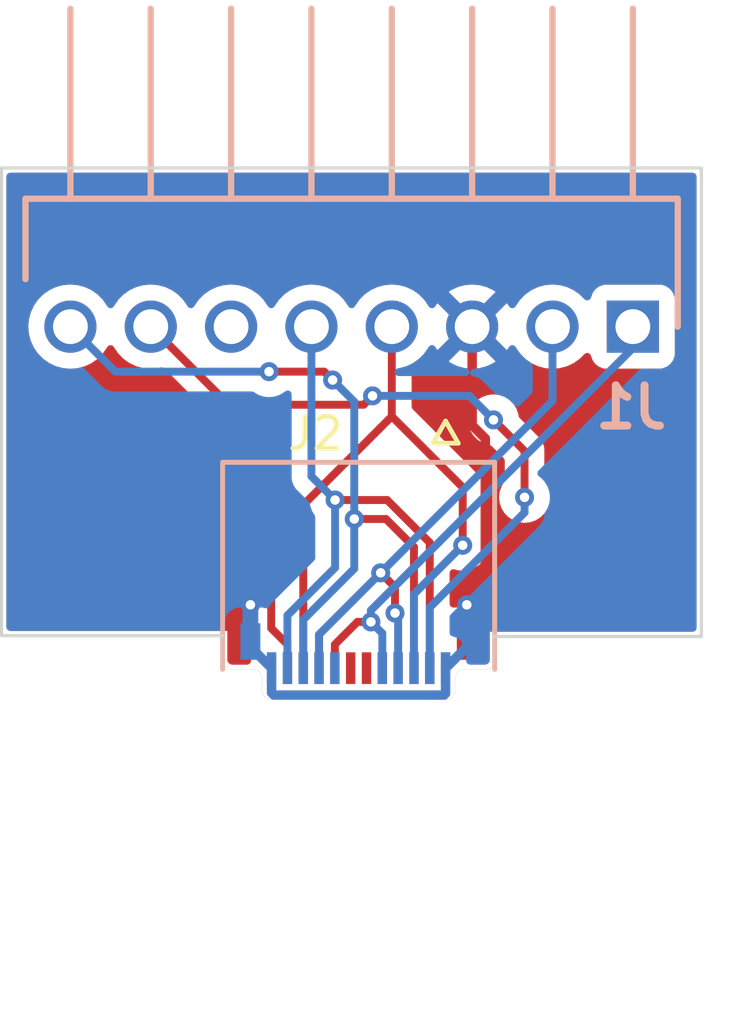
<source format=kicad_pcb>
(kicad_pcb (version 20221018) (generator pcbnew)
  (layers (0 "F.Cu" signal) (31 "B.Cu" signal) (34 "B.Paste" user) (35 "F.Paste" user) (36 "B.SilkS" user "B.Silkscreen") (37 "F.SilkS" user "F.Silkscreen") (38 "B.Mask" user) (39 "F.Mask" user) (44 "Edge.Cuts" user))
  (net 0 "")
  (net 1 "/MCLR")
  (net 2 "/VDD")
  (net 3 "/GND")
  (net 4 "/TDO")
  (net 5 "/TCK")
  (net 7 "/TDI")
  (net 8 "/TMS")
  (footprint "1054440011:MOLEX_1054440011" (layer "F.Cu") (at 144.445 98)
    (fp_text reference "J2" (at -1.365612 -8.403996) (layer "F.SilkS"))
    (fp_text value "1054440011")
    (fp_line (start -4.3 -7.5) (end -4.3 -0.96) (stroke (width 0.15)) (layer "B.SilkS"))
    (fp_line (start 4.3 -7.5) (end -4.3 -7.5) (stroke (width 0.15)) (layer "B.SilkS"))
    (fp_line (start 4.3 -0.96) (end 4.3 -7.5) (stroke (width 0.15)) (layer "B.SilkS"))
    (fp_line (start -4.3 -7.5) (end -4.3 -0.96) (stroke (width 0.15)) (layer "F.SilkS"))
    (fp_line (start 2.35 -8.1035) (end 3.15 -8.1035) (stroke (width 0.15)) (layer "F.SilkS"))
    (fp_line (start 2.75 -8.8035) (end 2.35 -8.1035) (stroke (width 0.15)) (layer "F.SilkS"))
    (fp_line (start 3.15 -8.1035) (end 2.75 -8.8035) (stroke (width 0.15)) (layer "F.SilkS"))
    (fp_line (start 4.3 -7.5) (end -4.3 -7.5) (stroke (width 0.15)) (layer "F.SilkS"))
    (fp_line (start 4.3 -0.96) (end 4.3 -7.5) (stroke (width 0.15)) (layer "F.SilkS"))
    (fp_line (start -4.3 -1.26) (end -4.3 -2.025) (stroke (width 0.01)) (layer "Edge.Cuts"))
    (fp_line (start -3.35 -0.96) (end -4 -0.96) (stroke (width 0.01)) (layer "Edge.Cuts"))
    (fp_line (start -3.05 -0.3) (end -3.05 -0.66) (stroke (width 0.01)) (layer "Edge.Cuts"))
    (fp_line (start 2.75 0) (end -2.75 0) (stroke (width 0.01)) (layer "Edge.Cuts"))
    (fp_line (start 3.05 -0.66) (end 3.05 -0.3) (stroke (width 0.01)) (layer "Edge.Cuts"))
    (fp_line (start 4 -0.96) (end 3.35 -0.96) (stroke (width 0.01)) (layer "Edge.Cuts"))
    (fp_line (start 4.3 -2) (end 4.3 -1.26) (stroke (width 0.01)) (layer "Edge.Cuts"))
    (fp_arc (start -4 -0.96) (mid -4.212132 -1.047868) (end -4.3 -1.26) (stroke (width 0.01)) (layer "Edge.Cuts"))
    (fp_arc (start -3.35 -0.96) (mid -3.137868 -0.872132) (end -3.05 -0.66) (stroke (width 0.01)) (layer "Edge.Cuts"))
    (fp_arc (start -2.75 0) (mid -2.962132 -0.087868) (end -3.05 -0.3) (stroke (width 0.01)) (layer "Edge.Cuts"))
    (fp_arc (start 3.05 -0.66) (mid 3.137868 -0.872132) (end 3.35 -0.96) (stroke (width 0.01)) (layer "Edge.Cuts"))
    (fp_arc (start 3.05 -0.3) (mid 2.962132 -0.087868) (end 2.75 0) (stroke (width 0.01)) (layer "Edge.Cuts"))
    (fp_arc (start 4.3 -1.26) (mid 4.212132 -1.047868) (end 4 -0.96) (stroke (width 0.01)) (layer "Edge.Cuts"))
    (pad "A1" smd rect (at 2.75 -1) (size 0.298 1) (layers "F.Cu" "F.Paste") (net 3 "/GND"))
    (pad "A2" smd rect (at 2.25 -1) (size 0.298 1) (layers "F.Cu" "F.Paste") (net 5 "/TCK"))
    (pad "A3" smd rect (at 1.75 -1) (size 0.298 1) (layers "F.Cu" "F.Paste") (net 8 "/TMS"))
    (pad "A4" smd rect (at 1.25 -1) (size 0.298 1) (layers "F.Cu" "F.Paste") (net 2 "/VDD"))
    (pad "A5" smd rect (at 0.75 -1) (size 0.298 1) (layers "F.Cu" "F.Paste"))
    (pad "A6" smd rect (at 0.25 -1) (size 0.298 1) (layers "F.Cu" "F.Paste"))
    (pad "A7" smd rect (at -0.25 -1) (size 0.298 1) (layers "F.Cu" "F.Paste"))
    (pad "A8" smd rect (at -0.75 -1) (size 0.298 1) (layers "F.Cu" "F.Paste") (net 1 "/MCLR"))
    (pad "A9" smd rect (at -1.25 -1) (size 0.298 1) (layers "F.Cu" "F.Paste") (net 2 "/VDD"))
    (pad "A10" smd rect (at -1.75 -1) (size 0.298 1) (layers "F.Cu" "F.Paste") (net 4 "/TDO"))
    (pad "A11" smd rect (at -2.25 -1) (size 0.298 1) (layers "F.Cu" "F.Paste") (net 7 "/TDI"))
    (pad "A12" smd rect (at -2.75 -1) (size 0.298 1) (layers "F.Cu" "F.Paste") (net 3 "/GND"))
    (pad "B1" smd rect (at -2.75 -1) (size 0.298 1) (layers "B.Cu" "B.Paste") (net 3 "/GND"))
    (pad "B2" smd rect (at -2.25 -1) (size 0.298 1) (layers "B.Cu" "B.Paste") (net 5 "/TCK"))
    (pad "B3" smd rect (at -1.75 -1) (size 0.298 1) (layers "B.Cu" "B.Paste") (net 8 "/TMS"))
    (pad "B4" smd rect (at -1.25 -1) (size 0.298 1) (layers "B.Cu" "B.Paste") (net 2 "/VDD"))
    (pad "B5" smd rect (at -0.75 -1) (size 0.298 1) (layers "B.Cu" "B.Paste"))
    (pad "B8" smd rect (at 0.75 -1) (size 0.298 1) (layers "B.Cu" "B.Paste") (net 1 "/MCLR"))
    (pad "B9" smd rect (at 1.25 -1) (size 0.298 1) (layers "B.Cu" "B.Paste") (net 2 "/VDD"))
    (pad "B10" smd rect (at 1.75 -1) (size 0.298 1) (layers "B.Cu" "B.Paste") (net 4 "/TDO"))
    (pad "B11" smd rect (at 2.25 -1) (size 0.298 1) (layers "B.Cu" "B.Paste") (net 7 "/TDI"))
    (pad "B12" smd rect (at 2.75 -1) (size 0.298 1) (layers "B.Cu" "B.Paste") (net 3 "/GND"))
    (pad "SH1" smd rect (at 3.42 -1.84) (size 0.63 1.15) (layers "F.Cu" "F.Paste") (net 3 "/GND"))
    (pad "SH2" smd rect (at -3.42 -1.84) (size 0.63 1.15) (layers "B.Cu" "B.Paste") (net 3 "/GND"))
  )
  (footprint "61300811021:HDRRA8W64P0X254_1X8_2032X254X254P" (layer "B.Cu") (at 153.114411 86.215213 180)
    (fp_text reference "J1" (at 0.053826 -2.549621) (layer "B.SilkS") (effects (font (size 1.27 1.27) (thickness 0.254)) (justify mirror)))
    (fp_text value "61300811021" hide)
    (fp_line (start -1.42 0) (end -1.42 4.04) (stroke (width 0.2)) (layer "B.SilkS"))
    (fp_line (start -1.42 4.04) (end 19.2 4.04) (stroke (width 0.2)) (layer "B.SilkS"))
    (fp_line (start 0 4.04) (end 0 10.04) (stroke (width 0.2)) (layer "B.SilkS"))
    (fp_line (start 2.54 4.04) (end 2.54 10.04) (stroke (width 0.2)) (layer "B.SilkS"))
    (fp_line (start 5.08 4.04) (end 5.08 10.04) (stroke (width 0.2)) (layer "B.SilkS"))
    (fp_line (start 7.62 4.04) (end 7.62 10.04) (stroke (width 0.2)) (layer "B.SilkS"))
    (fp_line (start 10.16 4.04) (end 10.16 10.04) (stroke (width 0.2)) (layer "B.SilkS"))
    (fp_line (start 12.7 4.04) (end 12.7 10.04) (stroke (width 0.2)) (layer "B.SilkS"))
    (fp_line (start 15.24 4.04) (end 15.24 10.04) (stroke (width 0.2)) (layer "B.SilkS"))
    (fp_line (start 17.78 4.04) (end 17.78 10.04) (stroke (width 0.2)) (layer "B.SilkS"))
    (fp_line (start 19.2 4.04) (end 19.2 1.5) (stroke (width 0.2)) (layer "B.SilkS"))
    (pad "1" thru_hole rect (at 0 0 180) (size 1.65 1.65) (drill 1.1) (layers "*.Cu" "*.Mask") (net 1 "/MCLR"))
    (pad "2" thru_hole circle (at 2.54 0 180) (size 1.65 1.65) (drill 1.1) (layers "*.Cu" "*.Mask") (net 2 "/VDD"))
    (pad "3" thru_hole circle (at 5.08 0 180) (size 1.65 1.65) (drill 1.1) (layers "*.Cu" "*.Mask") (net 3 "/GND"))
    (pad "4" thru_hole circle (at 7.62 0 180) (size 1.65 1.65) (drill 1.1) (layers "*.Cu" "*.Mask") (net 4 "/TDO"))
    (pad "5" thru_hole circle (at 10.16 0 180) (size 1.65 1.65) (drill 1.1) (layers "*.Cu" "*.Mask") (net 5 "/TCK"))
    (pad "6" thru_hole circle (at 12.7 0 180) (size 1.65 1.65) (drill 1.1) (layers "*.Cu" "*.Mask"))
    (pad "7" thru_hole circle (at 15.24 0 180) (size 1.65 1.65) (drill 1.1) (layers "*.Cu" "*.Mask") (net 7 "/TDI"))
    (pad "8" thru_hole circle (at 17.78 0 180) (size 1.65 1.65) (drill 1.1) (layers "*.Cu" "*.Mask") (net 8 "/TMS"))
  )
  (gr_line (start 133.159388 81.203771) (end 133.159388 95.975) (stroke (width 0.1)) (layer "Edge.Cuts"))
  (gr_line (start 155.279388 81.203771) (end 133.159388 81.203771) (stroke (width 0.1)) (layer "Edge.Cuts"))
  (gr_line (start 133.159388 95.975) (end 140.145 95.975) (stroke (width 0.1)) (layer "Edge.Cuts"))
  (gr_line (start 155.279388 96) (end 155.279388 81.203771) (stroke (width 0.1)) (layer "Edge.Cuts"))
  (gr_line (start 148.745 96) (end 155.279388 96) (stroke (width 0.1)) (layer "Edge.Cuts"))
  (segment (start 144.834713 95.539357) (end 144.406643 95.539357) (width 0.25) (layer "F.Cu") (net 1))
  (segment (start 144.406643 95.539357) (end 143.695 96.251) (width 0.25) (layer "F.Cu") (net 1))
  (segment (start 143.695 96.251) (end 143.695 97) (width 0.25) (layer "F.Cu") (net 1))
  (via (at 144.834713 95.539357) (size 0.6) (drill 0.3) (layers "F.Cu" "B.Cu") (net 1))
  (segment (start 144.834713 95.539357) (end 144.834713 95.172859) (width 0.25) (layer "B.Cu") (net 1))
  (segment (start 145.195 97) (end 145.195 95.899644) (width 0.25) (layer "B.Cu") (net 1))
  (segment (start 145.195 95.899644) (end 144.834713 95.539357) (width 0.25) (layer "B.Cu") (net 1))
  (segment (start 144.834713 95.172859) (end 153.114411 86.893161) (width 0.25) (layer "B.Cu") (net 1))
  (segment (start 153.114411 86.893161) (end 153.114411 86.215213) (width 0.25) (layer "B.Cu") (net 1))
  (segment (start 145.695 95.359394) (end 145.695 97) (width 0.25) (layer "F.Cu") (net 2))
  (segment (start 145.143414 93.989517) (end 143.195 95.937931) (width 0.25) (layer "F.Cu") (net 2))
  (segment (start 143.195 95.937931) (end 143.195 97) (width 0.25) (layer "F.Cu") (net 2))
  (segment (start 145.5955 95.259894) (end 145.695 95.359394) (width 0.25) (layer "F.Cu") (net 2))
  (segment (start 145.5955 94.441603) (end 145.5955 95.259894) (width 0.25) (layer "F.Cu") (net 2))
  (segment (start 145.143414 93.989517) (end 145.5955 94.441603) (width 0.25) (layer "F.Cu") (net 2))
  (via (at 145.143414 93.989517) (size 0.6) (drill 0.3) (layers "F.Cu" "B.Cu") (net 2))
  (via (at 145.5955 95.259894) (size 0.6) (drill 0.3) (layers "F.Cu" "B.Cu") (net 2))
  (segment (start 150.574411 86.215213) (end 150.574411 88.55852) (width 0.25) (layer "B.Cu") (net 2))
  (segment (start 150.574411 88.55852) (end 143.195 95.937931) (width 0.25) (layer "B.Cu") (net 2))
  (segment (start 145.695 95.359394) (end 145.5955 95.259894) (width 0.25) (layer "B.Cu") (net 2))
  (segment (start 143.195 95.937931) (end 143.195 97) (width 0.25) (layer "B.Cu") (net 2))
  (segment (start 145.695 97) (end 145.695 95.359394) (width 0.25) (layer "B.Cu") (net 2))
  (segment (start 147.865 95) (end 147.865 96.33) (width 0.3) (layer "F.Cu") (net 3))
  (segment (start 148.450899 94.414101) (end 148.450899 89.749547) (width 0.3) (layer "F.Cu") (net 3))
  (segment (start 147.865 96.33) (end 147.195 97) (width 0.3) (layer "F.Cu") (net 3))
  (segment (start 147.865 95) (end 148.450899 94.414101) (width 0.3) (layer "F.Cu") (net 3))
  (segment (start 141.02575 96.33075) (end 141.695 97) (width 0.3) (layer "F.Cu") (net 3))
  (segment (start 148.450899 89.749547) (end 148.034411 89.333059) (width 0.3) (layer "F.Cu") (net 3))
  (segment (start 148.034411 86.215213) (end 147.866793 86.382831) (width 0.3) (layer "F.Cu") (net 3))
  (segment (start 141.02575 95.00075) (end 141.025 95) (width 0.3) (layer "F.Cu") (net 3))
  (segment (start 148.034411 89.333059) (end 148.034411 86.215213) (width 0.3) (layer "F.Cu") (net 3))
  (segment (start 141.02575 96.33075) (end 141.02575 95.00075) (width 0.3) (layer "F.Cu") (net 3))
  (via (at 141.025 95) (size 0.6) (drill 0.3) (layers "F.Cu" "B.Cu") (net 3))
  (via (at 147.865 95) (size 0.6) (drill 0.3) (layers "F.Cu" "B.Cu") (net 3))
  (segment (start 147.195 97.8) (end 147.145 97.85) (width 0.3) (layer "B.Cu") (net 3))
  (segment (start 141.025 96.33) (end 141.695 97) (width 0.3) (layer "B.Cu") (net 3))
  (segment (start 141.695 97.776791) (end 141.768209 97.85) (width 0.3) (layer "B.Cu") (net 3))
  (segment (start 147.865 95) (end 147.865 96.33) (width 0.3) (layer "B.Cu") (net 3))
  (segment (start 147.195 97) (end 147.195 97.8) (width 0.3) (layer "B.Cu") (net 3))
  (segment (start 141.025 95) (end 141.025 96.16) (width 0.3) (layer "B.Cu") (net 3))
  (segment (start 147.865 96.33) (end 147.195 97) (width 0.3) (layer "B.Cu") (net 3))
  (segment (start 147.145 97.85) (end 141.768209 97.85) (width 0.3) (layer "B.Cu") (net 3))
  (segment (start 141.695 97.776791) (end 141.695 97) (width 0.3) (layer "B.Cu") (net 3))
  (segment (start 147.736268 91.290359) (end 145.494411 89.048502) (width 0.25) (layer "F.Cu") (net 4))
  (segment (start 145.494411 89.048502) (end 142.696 91.846913) (width 0.25) (layer "F.Cu") (net 4))
  (segment (start 147.736268 93.119126) (end 147.736268 91.290359) (width 0.25) (layer "F.Cu") (net 4))
  (segment (start 145.494411 86.215213) (end 145.494411 89.048502) (width 0.25) (layer "F.Cu") (net 4))
  (segment (start 142.696 91.846913) (end 142.696 97.170927) (width 0.25) (layer "F.Cu") (net 4))
  (via (at 147.736268 93.119126) (size 0.6) (drill 0.3) (layers "F.Cu" "B.Cu") (net 4))
  (segment (start 147.736268 93.119126) (end 146.195 94.660394) (width 0.25) (layer "B.Cu") (net 4))
  (segment (start 146.195 94.660394) (end 146.195 97) (width 0.25) (layer "B.Cu") (net 4))
  (segment (start 145.347526 91.689975) (end 143.701467 91.689975) (width 0.25) (layer "F.Cu") (net 5))
  (segment (start 146.695 93.037449) (end 145.347526 91.689975) (width 0.25) (layer "F.Cu") (net 5))
  (segment (start 146.695 97) (end 146.695 93.037449) (width 0.25) (layer "F.Cu") (net 5))
  (via (at 143.701467 91.689975) (size 0.6) (drill 0.3) (layers "F.Cu" "B.Cu") (net 5))
  (segment (start 142.195 95.334689) (end 142.195 97) (width 0.25) (layer "B.Cu") (net 5))
  (segment (start 143.701467 91.689975) (end 142.954411 90.942919) (width 0.25) (layer "B.Cu") (net 5))
  (segment (start 143.701467 91.689975) (end 143.701467 93.828222) (width 0.25) (layer "B.Cu") (net 5))
  (segment (start 143.701467 93.828222) (end 142.195 95.334689) (width 0.25) (layer "B.Cu") (net 5))
  (segment (start 142.954411 90.942919) (end 142.954411 86.215213) (width 0.25) (layer "B.Cu") (net 5))
  (segment (start 141.682641 95.738641) (end 142.195 96.251) (width 0.25) (layer "F.Cu") (net 7))
  (segment (start 144.606964 88.680918) (end 140.340116 88.680918) (width 0.25) (layer "F.Cu") (net 7))
  (segment (start 140.340116 88.680918) (end 137.874411 86.215213) (width 0.25) (layer "F.Cu") (net 7))
  (segment (start 139.910585 92.966346) (end 141.682641 94.738402) (width 0.25) (layer "F.Cu") (net 7))
  (segment (start 140.340116 88.680918) (end 139.910585 89.110449) (width 0.25) (layer "F.Cu") (net 7))
  (segment (start 149.690807 91.605648) (end 149.690807 90.140926) (width 0.25) (layer "F.Cu") (net 7))
  (segment (start 142.195 96.251) (end 142.195 97) (width 0.25) (layer "F.Cu") (net 7))
  (segment (start 141.682641 94.738402) (end 141.682641 95.738641) (width 0.25) (layer "F.Cu") (net 7))
  (segment (start 139.910585 89.110449) (end 139.910585 92.966346) (width 0.25) (layer "F.Cu") (net 7))
  (segment (start 149.690807 90.140926) (end 148.709585 89.159704) (width 0.25) (layer "F.Cu") (net 7))
  (segment (start 144.886611 88.401271) (end 144.606964 88.680918) (width 0.25) (layer "F.Cu") (net 7))
  (via (at 149.690807 91.605648) (size 0.6) (drill 0.3) (layers "F.Cu" "B.Cu") (net 7))
  (via (at 148.709585 89.159704) (size 0.6) (drill 0.3) (layers "F.Cu" "B.Cu") (net 7))
  (via (at 144.886611 88.401271) (size 0.6) (drill 0.3) (layers "F.Cu" "B.Cu") (net 7))
  (segment (start 148.709585 89.159704) (end 147.951152 88.401271) (width 0.25) (layer "B.Cu") (net 7))
  (segment (start 146.695 97) (end 146.695 95.081265) (width 0.25) (layer "B.Cu") (net 7))
  (segment (start 147.951152 88.401271) (end 144.886611 88.401271) (width 0.25) (layer "B.Cu") (net 7))
  (segment (start 149.690807 92.085458) (end 149.690807 91.605648) (width 0.25) (layer "B.Cu") (net 7))
  (segment (start 146.695 95.081265) (end 149.690807 92.085458) (width 0.25) (layer "B.Cu") (net 7))
  (segment (start 143.62433 87.901383) (end 143.359201 87.636254) (width 0.25) (layer "F.Cu") (net 8))
  (segment (start 145.31063 92.289475) (end 146.195 93.173845) (width 0.25) (layer "F.Cu") (net 8))
  (segment (start 144.308034 92.289475) (end 145.31063 92.289475) (width 0.25) (layer "F.Cu") (net 8))
  (segment (start 143.359201 87.636254) (end 141.613745 87.636254) (width 0.25) (layer "F.Cu") (net 8))
  (segment (start 146.195 93.173845) (end 146.195 97) (width 0.25) (layer "F.Cu") (net 8))
  (via (at 143.62433 87.901383) (size 0.6) (drill 0.3) (layers "F.Cu" "B.Cu") (net 8))
  (via (at 144.308034 92.289475) (size 0.6) (drill 0.3) (layers "F.Cu" "B.Cu") (net 8))
  (via (at 141.613745 87.636254) (size 0.6) (drill 0.3) (layers "F.Cu" "B.Cu") (net 8))
  (segment (start 142.695 95.471085) (end 142.695 97) (width 0.25) (layer "B.Cu") (net 8))
  (segment (start 144.308034 93.858051) (end 142.695 95.471085) (width 0.25) (layer "B.Cu") (net 8))
  (segment (start 141.613745 87.636254) (end 136.755452 87.636254) (width 0.25) (layer "B.Cu") (net 8))
  (segment (start 144.308034 93.858051) (end 144.308034 88.585087) (width 0.25) (layer "B.Cu") (net 8))
  (segment (start 136.755452 87.636254) (end 135.334411 86.215213) (width 0.25) (layer "B.Cu") (net 8))
  (segment (start 143.62433 87.901383) (end 144.308034 88.585087) (width 0.25) (layer "B.Cu") (net 8))
  (zone (net 3) (net_name "/GND") (layers "F&B.Cu") (connect_pads (clearance 0.5)) (min_thickness 0.25) (fill yes (thermal_gap 0.5) (thermal_bridge_width 0.5))
    (polygon (pts (arc (start 140.295 96.74) (mid 140.338934 96.846066) (end 140.445 96.89)) (arc (start 141.095 96.89) (mid 141.413198 97.021802) (end 141.545 97.34)) (arc (start 141.545 97.7) (mid 141.588934 97.806066) (end 141.695 97.85)) (arc (start 147.195 97.85) (mid 147.301066 97.806066) (end 147.345 97.7)) (arc (start 147.345 97.34) (mid 147.476802 97.021802) (end 147.795 96.89)) (arc (start 148.445 96.89) (mid 148.551066 96.846066) (end 148.595 96.74)) (xy 148.595 95.85) (xy 155.129388 95.85) (xy 155.129388 81.353771) (xy 133.309388 81.353771) (xy 133.309388 95.825) (xy 140.295 95.825)))
  )
)
</source>
